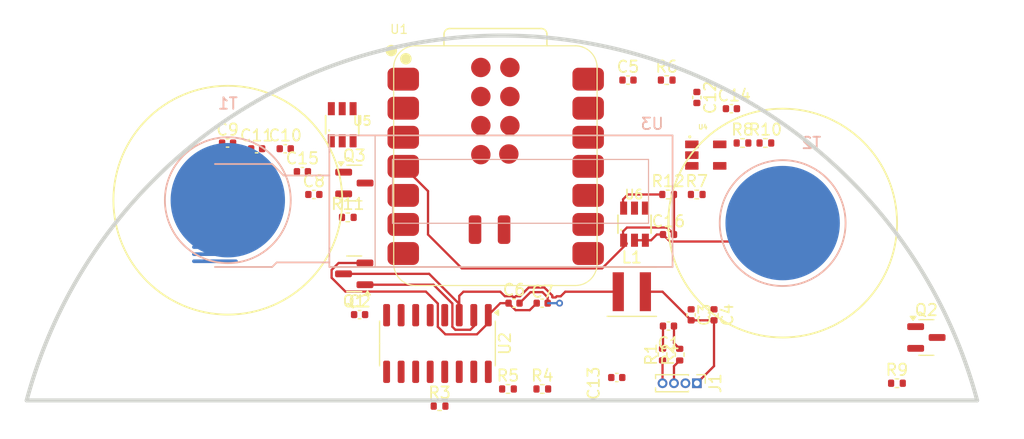
<source format=kicad_pcb>
(kicad_pcb (version 20241229) (generator "pcbnew") (generator_version "9.0")
  (layers (0 "F.Cu" signal) (4 "In1.Cu" signal) (6 "In2.Cu" signal) (2 "B.Cu" signal) (13 "F.Paste" user) (15 "B.Paste" user) (5 "F.SilkS" user "F.Silkscreen") (7 "B.SilkS" user "B.Silkscreen") (1 "F.Mask" user) (3 "B.Mask" user) (25 "Edge.Cuts" user))
  (net 0 "")
  (net 2 "Net-(J1-Pin_1)")
  (net 16 "Net-(U5-I)")
  (net 21 "VCC")
  (net 23 "GND")
  (net 24 "Net-(U2-INA+)")
  (net 25 "Net-(U2-INA-)")
  (net 26 "Net-(Q1-B)")
  (net 27 "Net-(Q1-C)")
  (net 28 "Net-(JP1-B)")
  (net 29 "Net-(U2-VBG)")
  (net 30 "Net-(U2-VFB)")
  (net 31 "DOut")
  (net 32 "PD_SCK")
  (net 34 "SCL_5V")
  (net 35 "SCL_3.3V")
  (net 36 "3.3V")
  (net 37 "SDA_3.3V")
  (net 38 "SDA_5V")
  (net 39 "Net-(U3-VCC)")
  (net 40 "Net-(U3-VCOMH)")
  (net 41 "RES_3.3V")
  (net 42 "Net-(U3-IREF)")
  (net 43 "Net-(U3-C2N)")
  (net 44 "Net-(U3-C2P)")
  (net 45 "Net-(U3-C1N)")
  (net 46 "Net-(U3-C1P)")
  (net 48 "Net-(U6-I)")
  (net 49 "Net-(J1-Pin_3)")
  (net 50 "Tare")
  (net 51 "Time")
  (footprint "Package_SO:SOIC-16_3.9x9.9mm_P1.27mm" (layer "F.Cu") (at 72.825 168.025 -90)
    (property "Reference" "U2" (at 0 -5.9 90) (layer "F.SilkS"))
    (property "Value" "HX711")
    (fp_line (start 0 5.06) (end -1.95 5.06) (stroke (width 0.12)) (layer "F.SilkS"))
    (fp_line (start 0 5.06) (end 1.95 5.06) (stroke (width 0.12)) (layer "F.SilkS"))
    (fp_line (start 0 -5.06) (end -1.95 -5.06) (stroke (width 0.12)) (layer "F.SilkS"))
    (fp_line (start 0 -5.06) (end 1.95 -5.06) (stroke (width 0.12)) (layer "F.SilkS"))
    (fp_poly (pts (xy -2.7 -5.005) (xy -2.94 -5.335) (xy -2.46 -5.335)) (stroke (width 0.12)) (fill yes) (layer "F.SilkS"))
    (pad "1" smd roundrect (at -2.475 -4.445 270) (size 1.95 0.6) (layers "F.Cu" "F.Mask" "F.Paste") (net 21 "VCC"))
    (pad "2" smd roundrect (at -2.475 -3.175 270) (size 1.95 0.6) (layers "F.Cu" "F.Mask" "F.Paste") (net 26 "Net-(Q1-B)"))
    (pad "3" smd roundrect (at -2.475 -1.905 270) (size 1.95 0.6) (layers "F.Cu" "F.Mask" "F.Paste") (net 27 "Net-(Q1-C)"))
    (pad "4" smd roundrect (at -2.475 -0.635 270) (size 1.95 0.6) (layers "F.Cu" "F.Mask" "F.Paste") (net 30 "Net-(U2-VFB)"))
    (pad "5" smd roundrect (at -2.475 0.635 270) (size 1.95 0.6) (layers "F.Cu" "F.Mask" "F.Paste") (net 23 "GND"))
    (pad "6" smd roundrect (at -2.475 1.905 270) (size 1.95 0.6) (layers "F.Cu" "F.Mask" "F.Paste") (net 29 "Net-(U2-VBG)"))
    (pad "7" smd roundrect (at -2.475 3.175 270) (size 1.95 0.6) (layers "F.Cu" "F.Mask" "F.Paste") (net 25 "Net-(U2-INA-)"))
    (pad "8" smd roundrect (at -2.475 4.445 270) (size 1.95 0.6) (layers "F.Cu" "F.Mask" "F.Paste") (net 24 "Net-(U2-INA+)"))
    (pad "9" smd roundrect (at 2.475 4.445 270) (size 1.95 0.6) (layers "F.Cu" "F.Mask" "F.Paste"))
    (pad "10" smd roundrect (at 2.475 3.175 270) (size 1.95 0.6) (layers "F.Cu" "F.Mask" "F.Paste"))
    (pad "11" smd roundrect (at 2.475 1.905 270) (size 1.95 0.6) (layers "F.Cu" "F.Mask" "F.Paste") (net 32 "PD_SCK"))
    (pad "12" smd roundrect (at 2.475 0.635 270) (size 1.95 0.6) (layers "F.Cu" "F.Mask" "F.Paste") (net 31 "DOut"))
    (pad "13" smd roundrect (at 2.475 -0.635 270) (size 1.95 0.6) (layers "F.Cu" "F.Mask" "F.Paste"))
    (pad "14" smd roundrect (at 2.475 -1.905 270) (size 1.95 0.6) (layers "F.Cu" "F.Mask" "F.Paste") (net 23 "GND"))
    (pad "15" smd roundrect (at 2.475 -3.175 270) (size 1.95 0.6) (layers "F.Cu" "F.Mask" "F.Paste") (net 28 "Net-(JP1-B)"))
    (pad "16" smd roundrect (at 2.475 -4.445 270) (size 1.95 0.6) (layers "F.Cu" "F.Mask" "F.Paste") (net 21 "VCC"))
  )
  (footprint "Capacitor_SMD:C_0402_1005Metric" (layer "F.Cu") (at 62.02 155)
    (property "Reference" "C8" (at 0 -1.16 0) (layer "F.SilkS"))
    (property "Value" "1uF")
    (fp_line (start -0.107836 -0.36) (end 0.107836 -0.36) (stroke (width 0.12)) (layer "F.SilkS"))
    (fp_line (start -0.107836 0.36) (end 0.107836 0.36) (stroke (width 0.12)) (layer "F.SilkS"))
    (pad "1" smd roundrect (at -0.48 0) (size 0.56 0.62) (layers "F.Cu" "F.Mask" "F.Paste") (net 43 "Net-(U3-C2N)"))
    (pad "2" smd roundrect (at 0.48 0) (size 0.56 0.62) (layers "F.Cu" "F.Mask" "F.Paste") (net 44 "Net-(U3-C2P)"))
  )
  (footprint "Resistor_SMD:R_0402_1005Metric" (layer "F.Cu") (at 112.99 171.5)
    (property "Reference" "R9" (at 0 -1.17 0) (layer "F.SilkS"))
    (property "Value" "10K")
    (fp_line (start -0.153641 -0.38) (end 0.153641 -0.38) (stroke (width 0.12)) (layer "F.SilkS"))
    (fp_line (start -0.153641 0.38) (end 0.153641 0.38) (stroke (width 0.12)) (layer "F.SilkS"))
    (pad "1" smd roundrect (at -0.51 0) (size 0.54 0.64) (layers "F.Cu" "F.Mask" "F.Paste") (net 21 "VCC"))
    (pad "2" smd roundrect (at 0.51 0) (size 0.54 0.64) (layers "F.Cu" "F.Mask" "F.Paste") (net 34 "SCL_5V"))
  )
  (footprint "Capacitor_SMD:C_0402_1005Metric" (layer "F.Cu") (at 89.48 145)
    (property "Reference" "C5" (at 0 -1.16 0) (layer "F.SilkS"))
    (property "Value" "10uF")
    (fp_line (start -0.107836 -0.36) (end 0.107836 -0.36) (stroke (width 0.12)) (layer "F.SilkS"))
    (fp_line (start -0.107836 0.36) (end 0.107836 0.36) (stroke (width 0.12)) (layer "F.SilkS"))
    (pad "1" smd roundrect (at -0.48 0) (size 0.56 0.62) (layers "F.Cu" "F.Mask" "F.Paste") (net 21 "VCC"))
    (pad "2" smd roundrect (at 0.48 0) (size 0.56 0.62) (layers "F.Cu" "F.Mask" "F.Paste") (net 23 "GND"))
  )
  (footprint "Capacitor_SMD:C_0402_1005Metric" (layer "F.Cu") (at 88.5 171)
    (property "Reference" "C13" (at -2.02 0.5 270) (layer "F.SilkS"))
    (property "Value" "1uF")
    (fp_line (start -0.107836 -0.36) (end 0.107836 -0.36) (stroke (width 0.12)) (layer "F.SilkS"))
    (fp_line (start -0.107836 0.36) (end 0.107836 0.36) (stroke (width 0.12)) (layer "F.SilkS"))
    (pad "1" smd roundrect (at -0.48 0) (size 0.56 0.62) (layers "F.Cu" "F.Mask" "F.Paste") (net 23 "GND"))
    (pad "2" smd roundrect (at 0.48 0) (size 0.56 0.62) (layers "F.Cu" "F.Mask" "F.Paste") (net 21 "VCC"))
  )
  (footprint "Connector_PinHeader_1.00mm:PinHeader_1x04_P1.00mm_Vertical" (layer "F.Cu") (at 95.5 171.5 -90)
    (property "Reference" "J1" (at 0 -1.61 90) (layer "F.SilkS"))
    (property "Value" "Conn_01x04_Pin")
    (fp_line (start -0.745 3.61) (end -0.41003 3.61) (stroke (width 0.12)) (layer "F.SilkS"))
    (fp_line (start 0.41003 3.61) (end 0.745 3.61) (stroke (width 0.12)) (layer "F.SilkS"))
    (fp_line (start -0.745 0.735) (end -0.745 3.61) (stroke (width 0.12)) (layer "F.SilkS"))
    (fp_line (start -0.745 0.735) (end -0.685565 0.735) (stroke (width 0.12)) (layer "F.SilkS"))
    (fp_line (start 0.685565 0.735) (end 0.745 0.735) (stroke (width 0.12)) (layer "F.SilkS"))
    (fp_line (start 0.745 0.735) (end 0.745 3.61) (stroke (width 0.12)) (layer "F.SilkS"))
    (fp_line (start -0.745 0) (end -0.745 -0.735) (stroke (width 0.12)) (layer "F.SilkS"))
    (fp_line (start -0.745 -0.735) (end 0 -0.735) (stroke (width 0.12)) (layer "F.SilkS"))
    (pad "1" thru_hole rect (at 0 0 270) (size 0.85 0.85) (drill 0.5) (layers "*.Cu" "*.Mask") (net 2 "Net-(J1-Pin_1)"))
    (pad "2" thru_hole circle (at 0 1 270) (size 0.85 0.85) (drill 0.5) (layers "*.Cu" "*.Mask") (net 23 "GND"))
    (pad "3" thru_hole circle (at 0 2 270) (size 0.85 0.85) (drill 0.5) (layers "*.Cu" "*.Mask") (net 49 "Net-(J1-Pin_3)"))
    (pad "4" thru_hole circle (at 0 3 270) (size 0.85 0.85) (drill 0.5) (layers "*.Cu" "*.Mask") (net 23 "GND"))
  )
  (footprint "Resistor_SMD:R_0402_1005Metric" (layer "F.Cu") (at 99.49 150.5)
    (property "Reference" "R8" (at 0 -1.17 0) (layer "F.SilkS"))
    (property "Value" "10K")
    (fp_line (start -0.153641 -0.38) (end 0.153641 -0.38) (stroke (width 0.12)) (layer "F.SilkS"))
    (fp_line (start -0.153641 0.38) (end 0.153641 0.38) (stroke (width 0.12)) (layer "F.SilkS"))
    (pad "1" smd roundrect (at -0.51 0) (size 0.54 0.64) (layers "F.Cu" "F.Mask" "F.Paste") (net 36 "3.3V"))
    (pad "2" smd roundrect (at 0.51 0) (size 0.54 0.64) (layers "F.Cu" "F.Mask" "F.Paste") (net 37 "SDA_3.3V"))
  )
  (footprint "Capacitor_SMD:C_0402_1005Metric" (layer "F.Cu") (at 81.98 164.5)
    (property "Reference" "C7" (at 0.02 -1 0) (layer "F.SilkS"))
    (property "Value" "0.1uF")
    (fp_line (start -0.107836 -0.36) (end 0.107836 -0.36) (stroke (width 0.12)) (layer "F.SilkS"))
    (fp_line (start -0.107836 0.36) (end 0.107836 0.36) (stroke (width 0.12)) (layer "F.SilkS"))
    (pad "1" smd roundrect (at -0.48 0) (size 0.56 0.62) (layers "F.Cu" "F.Mask" "F.Paste") (net 21 "VCC"))
    (pad "2" smd roundrect (at 0.48 0) (size 0.56 0.62) (layers "F.Cu" "F.Mask" "F.Paste") (net 23 "GND"))
  )
  (footprint "Resistor_SMD:R_0402_1005Metric" (layer "F.Cu") (at 81.99 172)
    (property "Reference" "R4" (at 0 -1.17 0) (layer "F.SilkS"))
    (property "Value" "100")
    (fp_line (start -0.153641 -0.38) (end 0.153641 -0.38) (stroke (width 0.12)) (layer "F.SilkS"))
    (fp_line (start -0.153641 0.38) (end 0.153641 0.38) (stroke (width 0.12)) (layer "F.SilkS"))
    (pad "1" smd roundrect (at -0.51 0) (size 0.54 0.64) (layers "F.Cu" "F.Mask" "F.Paste") (net 30 "Net-(U2-VFB)"))
    (pad "2" smd roundrect (at 0.51 0) (size 0.54 0.64) (layers "F.Cu" "F.Mask" "F.Paste") (net 23 "GND"))
  )
  (footprint "Capacitor_SMD:C_0402_1005Metric" (layer "F.Cu") (at 79.52 164.5)
    (property "Reference" "C6" (at 0 -1.16 0) (layer "F.SilkS"))
    (property "Value" "0.1uF")
    (fp_line (start -0.107836 -0.36) (end 0.107836 -0.36) (stroke (width 0.12)) (layer "F.SilkS"))
    (fp_line (start -0.107836 0.36) (end 0.107836 0.36) (stroke (width 0.12)) (layer "F.SilkS"))
    (pad "1" smd roundrect (at -0.48 0) (size 0.56 0.62) (layers "F.Cu" "F.Mask" "F.Paste") (net 21 "VCC"))
    (pad "2" smd roundrect (at 0.48 0) (size 0.56 0.62) (layers "F.Cu" "F.Mask" "F.Paste") (net 23 "GND"))
  )
  (footprint "Capacitor_SMD:C_0402_1005Metric" (layer "F.Cu") (at 61.02 153)
    (property "Reference" "C15" (at 0 -1.16 0) (layer "F.SilkS"))
    (property "Value" "22pF")
    (fp_line (start -0.107836 -0.36) (end 0.107836 -0.36) (stroke (width 0.12)) (layer "F.SilkS"))
    (fp_line (start -0.107836 0.36) (end 0.107836 0.36) (stroke (width 0.12)) (layer "F.SilkS"))
    (pad "1" smd roundrect (at -0.48 0) (size 0.56 0.62) (layers "F.Cu" "F.Mask" "F.Paste") (net 16 "Net-(U5-I)"))
    (pad "2" smd roundrect (at 0.48 0) (size 0.56 0.62) (layers "F.Cu" "F.Mask" "F.Paste") (net 23 "GND"))
  )
  (footprint "Inductor_SMD:L_Coilcraft_XxL4040" (layer "F.Cu") (at 89.815 163.5)
    (property "Reference" "L1" (at 0 -3 0) (layer "F.SilkS"))
    (property "Value" "3.3uH")
    (fp_line (start -2.154 -2.154) (end 2.154 -2.154) (stroke (width 0.12)) (layer "F.SilkS"))
    (fp_line (start 2.154 2.154) (end -2.154 2.154) (stroke (width 0.12)) (layer "F.SilkS"))
    (pad "1" smd rect (at -1.185 0) (size 0.98 3.4) (layers "F.Cu" "F.Mask" "F.Paste") (net 27 "Net-(Q1-C)"))
    (pad "2" smd rect (at 1.185 0) (size 0.98 3.4) (layers "F.Cu" "F.Mask" "F.Paste") (net 2 "Net-(J1-Pin_1)"))
  )
  (footprint "Capacitor_SMD:C_0402_1005Metric" (layer "F.Cu") (at 54.48 150.5)
    (property "Reference" "C9" (at 0 -1.16 0) (layer "F.SilkS"))
    (property "Value" "1uF")
    (fp_line (start -0.107836 -0.36) (end 0.107836 -0.36) (stroke (width 0.12)) (layer "F.SilkS"))
    (fp_line (start -0.107836 0.36) (end 0.107836 0.36) (stroke (width 0.12)) (layer "F.SilkS"))
    (pad "1" smd roundrect (at -0.48 0) (size 0.56 0.62) (layers "F.Cu" "F.Mask" "F.Paste") (net 45 "Net-(U3-C1N)"))
    (pad "2" smd roundrect (at 0.48 0) (size 0.56 0.62) (layers "F.Cu" "F.Mask" "F.Paste") (net 46 "Net-(U3-C1P)"))
  )
  (footprint "Capacitor_SMD:C_0402_1005Metric" (layer "F.Cu") (at 95.5 146.52 -90)
    (property "Reference" "C12" (at 0 -1.16 90) (layer "F.SilkS"))
    (property "Value" "10uF")
    (fp_line (start -0.107836 0.36) (end 0.107836 0.36) (stroke (width 0.12)) (layer "F.SilkS"))
    (fp_line (start -0.107836 -0.36) (end 0.107836 -0.36) (stroke (width 0.12)) (layer "F.SilkS"))
    (pad "1" smd roundrect (at -0.48 0 270) (size 0.56 0.62) (layers "F.Cu" "F.Mask" "F.Paste") (net 23 "GND"))
    (pad "2" smd roundrect (at 0.48 0 270) (size 0.56 0.62) (layers "F.Cu" "F.Mask" "F.Paste") (net 40 "Net-(U3-VCOMH)"))
  )
  (footprint "RT9193-33GB:SOT94P279X129-5N" (layer "F.Cu") (at 96.28 151.56)
    (property "Reference" "U4" (at -0.250735 -2.457239 0) (layer "F.SilkS") (effects (font (size 0.394865 0.394865))))
    (property "Value" "RT9193-33GB")
    (fp_circle (center -1.4 -1.6) (end -1.33 -1.6) (stroke (width 0.14)) (fill no) (layer "F.SilkS"))
    (pad "1" smd roundrect (at -1.22 -0.94) (size 1.17 0.67) (layers "F.Cu" "F.Mask" "F.Paste") (roundrect_rratio 0.06) (net 21 "VCC"))
    (pad "2" smd roundrect (at -1.22 0) (size 1.17 0.67) (layers "F.Cu" "F.Mask" "F.Paste") (roundrect_rratio 0.06) (net 23 "GND"))
    (pad "3" smd roundrect (at -1.22 0.94) (size 1.17 0.67) (layers "F.Cu" "F.Mask" "F.Paste") (roundrect_rratio 0.06) (net 21 "VCC"))
    (pad "4" smd roundrect (at 1.22 0.94) (size 1.17 0.67) (layers "F.Cu" "F.Mask" "F.Paste") (roundrect_rratio 0.06))
    (pad "5" smd roundrect (at 1.22 -0.94) (size 1.17 0.67) (layers "F.Cu" "F.Mask" "F.Paste") (roundrect_rratio 0.06) (net 36 "3.3V"))
  )
  (footprint "Capacitor_SMD:C_0402_1005Metric" (layer "F.Cu") (at 95 165.52 -90)
    (property "Reference" "C3" (at 0 -1.16 90) (layer "F.SilkS"))
    (property "Value" "10uF")
    (fp_line (start -0.107836 0.36) (end 0.107836 0.36) (stroke (width 0.12)) (layer "F.SilkS"))
    (fp_line (start -0.107836 -0.36) (end 0.107836 -0.36) (stroke (width 0.12)) (layer "F.SilkS"))
    (pad "1" smd roundrect (at -0.48 0 270) (size 0.56 0.62) (layers "F.Cu" "F.Mask" "F.Paste") (net 23 "GND"))
    (pad "2" smd roundrect (at 0.48 0 270) (size 0.56 0.62) (layers "F.Cu" "F.Mask" "F.Paste") (net 2 "Net-(J1-Pin_1)"))
  )
  (footprint "Resistor_SMD:R_0402_1005Metric" (layer "F.Cu") (at 78.99 172)
    (property "Reference" "R5" (at 0 -1.17 0) (layer "F.SilkS"))
    (property "Value" "100")
    (fp_line (start -0.153641 -0.38) (end 0.153641 -0.38) (stroke (width 0.12)) (layer "F.SilkS"))
    (fp_line (start -0.153641 0.38) (end 0.153641 0.38) (stroke (width 0.12)) (layer "F.SilkS"))
    (pad "1" smd roundrect (at -0.51 0) (size 0.54 0.64) (layers "F.Cu" "F.Mask" "F.Paste") (net 27 "Net-(Q1-C)"))
    (pad "2" smd roundrect (at 0.51 0) (size 0.54 0.64) (layers "F.Cu" "F.Mask" "F.Paste") (net 30 "Net-(U2-VFB)"))
  )
  (footprint "Capacitor_SMD:C_0402_1005Metric" (layer "F.Cu") (at 93.02 158.5)
    (property "Reference" "C16" (at 0 -1.16 0) (layer "F.SilkS"))
    (property "Value" "22pF")
    (fp_line (start -0.107836 -0.36) (end 0.107836 -0.36) (stroke (width 0.12)) (layer "F.SilkS"))
    (fp_line (start -0.107836 0.36) (end 0.107836 0.36) (stroke (width 0.12)) (layer "F.SilkS"))
    (pad "1" smd roundrect (at -0.48 0) (size 0.56 0.62) (layers "F.Cu" "F.Mask" "F.Paste") (net 48 "Net-(U6-I)"))
    (pad "2" smd roundrect (at 0.48 0) (size 0.56 0.62) (layers "F.Cu" "F.Mask" "F.Paste") (net 23 "GND"))
  )
  (footprint "Capacitor_SMD:C_0402_1005Metric" (layer "F.Cu") (at 66.02 165.5)
    (property "Reference" "C2" (at 0 -1.16 0) (layer "F.SilkS"))
    (property "Value" "0.1uF")
    (fp_line (start -0.107836 -0.36) (end 0.107836 -0.36) (stroke (width 0.12)) (layer "F.SilkS"))
    (fp_line (start -0.107836 0.36) (end 0.107836 0.36) (stroke (width 0.12)) (layer "F.SilkS"))
    (pad "1" smd roundrect (at -0.48 0) (size 0.56 0.62) (layers "F.Cu" "F.Mask" "F.Paste") (net 23 "GND"))
    (pad "2" smd roundrect (at 0.48 0) (size 0.56 0.62) (layers "F.Cu" "F.Mask" "F.Paste") (net 29 "Net-(U2-VBG)"))
  )
  (footprint "Resistor_SMD:R_0402_1005Metric" (layer "F.Cu") (at 64.99 157)
    (property "Reference" "R11" (at 0 -1.17 0) (layer "F.SilkS"))
    (property "Value" "1K")
    (fp_line (start -0.153641 -0.38) (end 0.153641 -0.38) (stroke (width 0.12)) (layer "F.SilkS"))
    (fp_line (start -0.153641 0.38) (end 0.153641 0.38) (stroke (width 0.12)) (layer "F.SilkS"))
    (pad "1" smd roundrect (at -0.51 0) (size 0.54 0.64) (layers "F.Cu" "F.Mask" "F.Paste") (net 21 "VCC"))
    (pad "2" smd roundrect (at 0.51 0) (size 0.54 0.64) (layers "F.Cu" "F.Mask" "F.Paste") (net 23 "GND"))
  )
  (footprint "Capacitor_SMD:C_0402_1005Metric" (layer "F.Cu") (at 59.52 151)
    (property "Reference" "C10" (at 0 -1.16 0) (layer "F.SilkS"))
    (property "Value" "1uF")
    (fp_line (start -0.107836 -0.36) (end 0.107836 -0.36) (stroke (width 0.12)) (layer "F.SilkS"))
    (fp_line (start -0.107836 0.36) (end 0.107836 0.36) (stroke (width 0.12)) (layer "F.SilkS"))
    (pad "1" smd roundrect (at -0.48 0) (size 0.56 0.62) (layers "F.Cu" "F.Mask" "F.Paste") (net 23 "GND"))
    (pad "2" smd roundrect (at 0.48 0) (size 0.56 0.62) (layers "F.Cu" "F.Mask" "F.Paste") (net 21 "VCC"))
  )
  (footprint "Resistor_SMD:R_0402_1005Metric" (layer "F.Cu") (at 92.99 155)
    (property "Reference" "R12" (at 0 -1.17 0) (layer "F.SilkS"))
    (property "Value" "1K")
    (fp_line (start -0.153641 -0.38) (end 0.153641 -0.38) (stroke (width 0.12)) (layer "F.SilkS"))
    (fp_line (start -0.153641 0.38) (end 0.153641 0.38) (stroke (width 0.12)) (layer "F.SilkS"))
    (pad "1" smd roundrect (at -0.51 0) (size 0.54 0.64) (layers "F.Cu" "F.Mask" "F.Paste") (net 21 "VCC"))
    (pad "2" smd roundrect (at 0.51 0) (size 0.54 0.64) (layers "F.Cu" "F.Mask" "F.Paste") (net 23 "GND"))
  )
  (footprint "Package_TO_SOT_SMD:SOT-23" (layer "F.Cu") (at 115.5625 167.5)
    (property "Reference" "Q2" (at 0 -2.4 0) (layer "F.SilkS"))
    (property "Value" "BSS138")
    (fp_line (start 0 -1.56) (end -0.65 -1.56) (stroke (width 0.12)) (layer "F.SilkS"))
    (fp_line (start 0 -1.56) (end 0.65 -1.56) (stroke (width 0.12)) (layer "F.SilkS"))
    (fp_line (start 0 1.56) (end -0.65 1.56) (stroke (width 0.12)) (layer "F.SilkS"))
    (fp_line (start 0 1.56) (end 0.65 1.56) (stroke (width 0.12)) (layer "F.SilkS"))
    (fp_poly (pts (xy -1.1625 -1.51) (xy -1.4025 -1.84) (xy -0.9225 -1.84)) (stroke (width 0.12)) (fill yes) (layer "F.SilkS"))
    (pad "1" smd roundrect (at -0.9375 -0.95) (size 1.475 0.6) (layers "F.Cu" "F.Mask" "F.Paste") (net 36 "3.3V"))
    (pad "2" smd roundrect (at -0.9375 0.95) (size 1.475 0.6) (layers "F.Cu" "F.Mask" "F.Paste") (net 35 "SCL_3.3V"))
    (pad "3" smd roundrect (at 0.9375 0) (size 1.475 0.6) (layers "F.Cu" "F.Mask" "F.Paste") (net 34 "SCL_5V"))
  )
  (footprint "Resistor_SMD:R_0402_1005Metric" (layer "F.Cu") (at 94 169 90)
    (property "Reference" "R2" (at 0.01 -1 90) (layer "F.SilkS"))
    (property "Value" "100")
    (fp_line (start -0.153641 -0.38) (end 0.153641 -0.38) (stroke (width 0.12)) (layer "F.SilkS"))
    (fp_line (start -0.153641 0.38) (end 0.153641 0.38) (stroke (width 0.12)) (layer "F.SilkS"))
    (pad "1" smd roundrect (at -0.51 0 90) (size 0.54 0.64) (layers "F.Cu" "F.Mask" "F.Paste") (net 49 "Net-(J1-Pin_3)"))
    (pad "2" smd roundrect (at 0.51 0 90) (size 0.54 0.64) (layers "F.Cu" "F.Mask" "F.Paste") (net 24 "Net-(U2-INA+)"))
  )
  (footprint "Resistor_SMD:R_0402_1005Metric" (layer "F.Cu") (at 73.01 173.5)
    (property "Reference" "R3" (at 0 -1.17 0) (layer "F.SilkS"))
    (property "Value" "10K")
    (fp_line (start -0.153641 -0.38) (end 0.153641 -0.38) (stroke (width 0.12)) (layer "F.SilkS"))
    (fp_line (start -0.153641 0.38) (end 0.153641 0.38) (stroke (width 0.12)) (layer "F.SilkS"))
    (pad "1" smd roundrect (at -0.51 0) (size 0.54 0.64) (layers "F.Cu" "F.Mask" "F.Paste") (net 28 "Net-(JP1-B)"))
    (pad "2" smd roundrect (at 0.51 0) (size 0.54 0.64) (layers "F.Cu" "F.Mask" "F.Paste") (net 21 "VCC"))
  )
  (footprint "Resistor_SMD:R_0402_1005Metric" (layer "F.Cu") (at 92.5 168.99 90)
    (property "Reference" "R1" (at 0.01 -1 90) (layer "F.SilkS"))
    (property "Value" "100")
    (fp_line (start -0.153641 -0.38) (end 0.153641 -0.38) (stroke (width 0.12)) (layer "F.SilkS"))
    (fp_line (start -0.153641 0.38) (end 0.153641 0.38) (stroke (width 0.12)) (layer "F.SilkS"))
    (pad "1" smd roundrect (at -0.51 0 90) (size 0.54 0.64) (layers "F.Cu" "F.Mask" "F.Paste") (net 23 "GND"))
    (pad "2" smd roundrect (at 0.51 0 90) (size 0.54 0.64) (layers "F.Cu" "F.Mask" "F.Paste") (net 25 "Net-(U2-INA-)"))
  )
  (footprint "TTP223-BA6:SOT23-6" (layer "F.Cu") (at 90.05 157.596)
    (property "Reference" "U6" (at -0.05 -2.596 0) (layer "F.SilkS") (effects (font (size 0.8 0.8))))
    (property "Value" "TTP223-BA6")
    (fp_line (start -1.4478 0.781) (end -1.4478 -0.781) (stroke (width 0.1524)) (layer "F.SilkS"))
    (fp_line (start 1.4478 -0.781) (end 1.4478 0.781) (stroke (width 0.1524)) (layer "F.SilkS"))
    (fp_circle (center -1.15 0.5) (end -1.05 0.5) (fill yes) (layer "F.SilkS"))
    (pad "1" smd rect (at -0.95 1.404) (size 0.6096 1.143) (layers "F.Cu" "F.Mask" "F.Paste") (net 51 "Time"))
    (pad "2" smd rect (at 0 1.404) (size 0.6096 1.143) (layers "F.Cu" "F.Mask" "F.Paste") (net 23 "GND"))
    (pad "3" smd rect (at 0.95 1.404) (size 0.6096 1.143) (layers "F.Cu" "F.Mask" "F.Paste") (net 48 "Net-(U6-I)"))
    (pad "4" smd rect (at 0.95 -1.404) (size 0.6096 1.143) (layers "F.Cu" "F.Mask" "F.Paste"))
    (pad "5" smd rect (at 0 -1.404) (size 0.6096 1.143) (layers "F.Cu" "F.Mask" "F.Paste") (net 21 "VCC"))
    (pad "6" smd rect (at -0.95 -1.404) (size 0.6096 1.143) (layers "F.Cu" "F.Mask" "F.Paste"))
  )
  (footprint "Package_TO_SOT_SMD:SOT-23" (layer "F.Cu") (at 65.55 161.9375 180)
    (property "Reference" "Q1" (at 0 -2.4 0) (layer "F.SilkS"))
    (property "Value" "MMBT2222A")
    (fp_line (start 0 1.56) (end 0.65 1.56) (stroke (width 0.12)) (layer "F.SilkS"))
    (fp_line (start 0 1.56) (end -0.65 1.56) (stroke (width 0.12)) (layer "F.SilkS"))
    (fp_line (start 0 -1.56) (end 0.65 -1.56) (stroke (width 0.12)) (layer "F.SilkS"))
    (fp_line (start 0 -1.56) (end -0.65 -1.56) (stroke (width 0.12)) (layer "F.SilkS"))
    (fp_poly (pts (xy -1.1625 -1.51) (xy -1.4025 -1.84) (xy -0.9225 -1.84)) (stroke (width 0.12)) (fill yes) (layer "F.SilkS"))
    (pad "1" smd roundrect (at -0.9375 -0.95 180) (size 1.475 0.6) (layers "F.Cu" "F.Mask" "F.Paste") (net 26 "Net-(Q1-B)"))
    (pad "2" smd roundrect (at -0.9375 0.95 180) (size 1.475 0.6) (layers "F.Cu" "F.Mask" "F.Paste") (net 21 "VCC"))
    (pad "3" smd roundrect (at 0.9375 0 180) (size 1.475 0.6) (layers "F.Cu" "F.Mask" "F.Paste") (net 27 "Net-(Q1-C)"))
  )
  (footprint "Resistor_SMD:R_0402_1005Metric" (layer "F.Cu") (at 101.49 150.5)
    (property "Reference" "R10" (at 0 -1.17 0) (layer "F.SilkS"))
    (property "Value" "10K")
    (fp_line (start -0.153641 -0.38) (end 0.153641 -0.38) (stroke (width 0.12)) (layer "F.SilkS"))
    (fp_line (start -0.153641 0.38) (end 0.153641 0.38) (stroke (width 0.12)) (layer "F.SilkS"))
    (pad "1" smd roundrect (at -0.51 0) (size 0.54 0.64) (layers "F.Cu" "F.Mask" "F.Paste") (net 21 "VCC"))
    (pad "2" smd roundrect (at 0.51 0) (size 0.54 0.64) (layers "F.Cu" "F.Mask" "F.Paste") (net 38 "SDA_5V"))
  )
  (footprint "Resistor_SMD:R_0402_1005Metric" (layer "F.Cu") (at 95.49 155)
    (property "Reference" "R7" (at 0 -1.17 0) (layer "F.SilkS"))
    (property "Value" "10K")
    (fp_line (start -0.153641 -0.38) (end 0.153641 -0.38) (stroke (width 0.12)) (layer "F.SilkS"))
    (fp_line (start -0.153641 0.38) (end 0.153641 0.38) (stroke (width 0.12)) (layer "F.SilkS"))
    (pad "1" smd roundrect (at -0.51 0) (size 0.54 0.64) (layers "F.Cu" "F.Mask" "F.Paste") (net 36 "3.3V"))
    (pad "2" smd roundrect (at 0.51 0) (size 0.54 0.64) (layers "F.Cu" "F.Mask" "F.Paste") (net 35 "SCL_3.3V"))
  )
  (footprint "TTP223-BA6:SOT23-6" (layer "F.Cu") (at 64.5 148.904)
    (property "Reference" "U5" (at 1.75 -0.3404 0) (layer "F.SilkS") (effects (font (size 0.8 0.8))))
    (property "Value" "TTP223-BA6")
    (fp_line (start -1.4478 0.781) (end -1.4478 -0.781) (stroke (width 0.1524)) (layer "F.SilkS"))
    (fp_line (start 1.4478 -0.781) (end 1.4478 0.781) (stroke (width 0.1524)) (layer "F.SilkS"))
    (fp_circle (center -1.15 0.5) (end -1.05 0.5) (fill yes) (layer "F.SilkS"))
    (pad "1" smd rect (at -0.95 1.404) (size 0.6096 1.143) (layers "F.Cu" "F.Mask" "F.Paste") (net 50 "Tare"))
    (pad "2" smd rect (at 0 1.404) (size 0.6096 1.143) (layers "F.Cu" "F.Mask" "F.Paste") (net 23 "GND"))
    (pad "3" smd rect (at 0.95 1.404) (size 0.6096 1.143) (layers "F.Cu" "F.Mask" "F.Paste") (net 16 "Net-(U5-I)"))
    (pad "4" smd rect (at 0.95 -1.404) (size 0.6096 1.143) (layers "F.Cu" "F.Mask" "F.Paste"))
    (pad "5" smd rect (at 0 -1.404) (size 0.6096 1.143) (layers "F.Cu" "F.Mask" "F.Paste") (net 21 "VCC"))
    (pad "6" smd rect (at -0.95 -1.404) (size 0.6096 1.143) (layers "F.Cu" "F.Mask" "F.Paste"))
  )
  (footprint "Seeed Studio XIAO Series Library:XIAO-ESP32C6-SMD" (layer "F.Cu") (at 78.1166 152.5185)
    (property "Reference" "U1" (at -9.5 -11.5 0) (layer "F.SilkS") (effects (font (size 0.78232 0.78232) (thickness 0.10668)) (justify left bottom)))
    (property "Value" "XIAO-ESP32-S3-SMD")
    (fp_line (start -9.1166 8.5345) (end -9.1166 -8.6105) (stroke (width 0.1)) (layer "F.SilkS"))
    (fp_line (start -7.2116 10.4395) (end 6.7584 10.4395) (stroke (width 0.1)) (layer "F.SilkS"))
    (fp_line (start -4.7216 -10.5155) (end -4.717872 -11.525772) (stroke (width 0.127)) (layer "F.SilkS"))
    (fp_line (start -4.217872 -12.0255) (end 3.7774 -12.0255) (stroke (width 0.127)) (layer "F.SilkS"))
    (fp_line (start 4.2774 -11.5255) (end 4.2774 -10.5155) (stroke (width 0.127)) (layer "F.SilkS"))
    (fp_line (start 6.7584 -10.5155) (end -7.2116 -10.5155) (stroke (width 0.1)) (layer "F.SilkS"))
    (fp_line (start 8.6634 8.5345) (end 8.6634 -8.6105) (stroke (width 0.1)) (layer "F.SilkS"))
    (fp_arc (start -9.1166 -8.6145) (mid -8.558638 -9.961538) (end -7.2116 -10.5195) (stroke (width 0.1)) (layer "F.SilkS"))
    (fp_arc (start -7.2116 10.4395) (mid -8.558638 9.881538) (end -9.1166 8.5345) (stroke (width 0.1)) (layer "F.SilkS"))
    (fp_arc (start -4.717872 -11.525772) (mid -4.571324 -11.879144) (end -4.217872 -12.0255) (stroke (width 0.127)) (layer "F.SilkS"))
    (fp_arc (start 3.7774 -12.0255) (mid 4.130953 -11.879053) (end 4.2774 -11.5255) (stroke (width 0.127)) (layer "F.SilkS"))
    (fp_arc (start 6.7584 -10.5155) (mid 8.105438 -9.957538) (end 8.6634 -8.6105) (stroke (width 0.1)) (layer "F.SilkS"))
    (fp_arc (start 8.6634 8.5345) (mid 8.105438 9.881538) (end 6.7584 10.4395) (stroke (width 0.1)) (layer "F.SilkS"))
    (fp_circle (center -9.3266 -10.0995) (end -9.3266 -10.3535) (stroke (width 0.5)) (fill yes) (layer "F.SilkS"))
    (fp_circle (center -8.0526 -9.3825) (end -8.0526 -9.6365) (stroke (width 0.5)) (fill yes) (layer "F.SilkS"))
    (pad "1" smd roundrect (at -8.2816 -7.5985) (size 2.75 2) (layers "F.Cu" "F.Mask" "F.Paste") (net 32 "PD_SCK"))
    (pad "2" smd roundrect (at -8.2816 -5.0585) (size 2.75 2) (layers "F.Cu" "F.Mask" "F.Paste") (net 31 "DOut"))
    (pad "3" smd roundrect (at -8.2816 -2.5185) (size 2.75 2) (layers "F.Cu" "F.Mask" "F.Paste") (net 50 "Tare"))
    (pad "4" smd roundrect (at -8.2816 0.0215) (size 2.75 2) (layers "F.Cu" "F.Mask" "F.Paste") (net 51 "Time"))
    (pad "5" smd roundrect (at -8.2816 2.5615) (size 2.75 2) (layers "F.Cu" "F.Mask" "F.Paste") (net 38 "SDA_5V"))
    (pad "6" smd roundrect (at -8.2816 5.1015) (size 2.75 2) (layers "F.Cu" "F.Mask" "F.Paste") (net 34 "SCL_5V"))
    (pad "7" smd roundrect (at -8.2816 7.6415) (size 2.75 2) (layers "F.Cu" "F.Mask" "F.Paste"))
    (pad "8" smd roundrect (at 7.8834 7.6415) (size 2.75 2) (layers "F.Cu" "F.Mask" "F.Paste"))
    (pad "9" smd roundrect (at 7.8834 5.1015) (size 2.75 2) (layers "F.Cu" "F.Mask" "F.Paste"))
    (pad "10" smd roundrect (at 7.8834 2.5615) (size 2.75 2) (layers "F.Cu" "F.Mask" "F.Paste"))
    (pad "11" smd roundrect (at 7.8834 0.0215) (size 2.75 2) (layers "F.Cu" "F.Mask" "F.Paste"))
    (pad "12" smd roundrect (at 7.8834 -2.5185) (size 2.75 2) (layers "F.Cu" "F.Mask" "F.Paste"))
    (pad "13" smd roundrect (at 7.8834 -5.0585) (size 2.75 2) (layers "F.Cu" "F.Mask" "F.Paste") (net 23 "GND"))
    (pad "14" smd roundrect (at 7.8834 -7.5985) (size 2.75 2) (layers "F.Cu" "F.Mask" "F.Paste") (net 21 "VCC"))
    (pad "15" smd roundrect (at -2.008 5.5532 270) (size 2.5 1.1) (layers "F.Cu" "F.Mask" "F.Paste"))
    (pad "16" smd roundrect (at 0.532 5.5532 270) (size 2.5 1.1) (layers "F.Cu" "F.Mask" "F.Paste"))
    (pad "17" smd circle (at -1.5 -8.62) (size 1.7 1.7) (layers "F.Cu" "F.Mask" "F.Paste"))
    (pad "18" smd circle (at 1.04 -8.62) (size 1.7 1.7) (layers "F.Cu" "F.Mask" "F.Paste"))
    (pad "19" smd circle (at -1.5 -6.08) (size 1.7 1.7) (layers "F.Cu" "F.Mask" "F.Paste"))
    (pad "20" smd circle (at 1.04 -6.08) (size 1.7 1.7) (layers "F.Cu" "F.Mask" "F.Paste"))
    (pad "21" smd circle (at -1.5 -3.54) (size 1.7 1.7) (layers "F.Cu" "F.Mask" "F.Paste"))
    (pad "22" smd circle (at 1.04 -3.54) (size 1.7 1.7) (layers "F.Cu" "F.Mask" "F.Paste"))
    (pad "23" smd circle (at -1.5 -1) (size 1.7 1.7) (layers "F.Cu" "F.Mask" "F.Paste"))
    (pad "24" smd circle (at 0.9474 -1.0568) (size 1.7 1.7) (layers "F.Cu" "F.Mask" "F.Paste"))
  )
  (footprint "Capacitor_SMD:C_0402_1005Metric" (layer "F.Cu") (at 93.02 166.5 180)
    (property "Reference" "C1" (at -0.02 -1.5 0) (layer "F.SilkS"))
    (property "Value" "0.1uF")
    (fp_line (start -0.107836 0.36) (end 0.107836 0.36) (stroke (width 0.12)) (layer "F.SilkS"))
    (fp_line (start -0.107836 -0.36) (end 0.107836 -0.36) (stroke (width 0.12)) (layer "F.SilkS"))
    (pad "1" smd roundrect (at -0.48 0 180) (size 0.56 0.62) (layers "F.Cu" "F.Mask" "F.Paste") (net 24 "Net-(U2-INA+)"))
    (pad "2" smd roundrect (at 0.48 0 180) (size 0.56 0.62) (layers "F.Cu" "F.Mask" "F.Paste") (net 25 "Net-(U2-INA-)"))
  )
  (footprint "Capacitor_SMD:C_0402_1005Metric" (layer "F.Cu") (at 98.52 147.5)
    (property "Reference" "C14" (at 0.245 -1.16 0) (layer "F.SilkS"))
    (property "Value" "10uF")
    (fp_line (start -0.107836 -0.36) (end 0.107836 -0.36) (stroke (width 0.12)) (layer "F.SilkS"))
    (fp_line (start -0.107836 0.36) (end 0.107836 0.36) (stroke (width 0.12)) (layer "F.SilkS"))
    (pad "1" smd roundrect (at -0.48 0) (size 0.56 0.62) (layers "F.Cu" "F.Mask" "F.Paste") (net 21 "VCC"))
    (pad "2" smd roundrect (at 0.48 0) (size 0.56 0.62) (layers "F.Cu" "F.Mask" "F.Paste") (net 23 "GND"))
  )
  (footprint "Package_TO_SOT_SMD:SOT-23" (layer "F.Cu") (at 65.5625 154)
    (property "Reference" "Q3" (at 0 -2.4 0) (layer "F.SilkS"))
    (property "Value" "BSS138")
    (fp_line (start 0 -1.56) (end -0.65 -1.56) (stroke (width 0.12)) (layer "F.SilkS"))
    (fp_line (start 0 -1.56) (end 0.65 -1.56) (stroke (width 0.12)) (layer "F.SilkS"))
    (fp_line (start 0 1.56) (end -0.65 1.56) (stroke (width 0.12)) (layer "F.SilkS"))
    (fp_line (start 0 1.56) (end 0.65 1.56) (stroke (width 0.12)) (layer "F.SilkS"))
    (fp_poly (pts (xy -1.1625 -1.51) (xy -1.4025 -1.84) (xy -0.9225 -1.84)) (stroke (width 0.12)) (fill yes) (layer "F.SilkS"))
    (pad "1" smd roundrect (at -0.9375 -0.95) (size 1.475 0.6) (layers "F.Cu" "F.Mask" "F.Paste") (net 36 "3.3V"))
    (pad "2" smd roundrect (at -0.9375 0.95) (size 1.475 0.6) (layers "F.Cu" "F.Mask" "F.Paste") (net 37 "SDA_3.3V"))
    (pad "3" smd roundrect (at 0.9375 0) (size 1.475 0.6) (layers "F.Cu" "F.Mask" "F.Paste") (net 38 "SDA_5V"))
  )
  (footprint "Capacitor_SMD:C_0402_1005Metric" (layer "F.Cu") (at 57.02 151)
    (property "Reference" "C11" (at 0 -1.16 0) (layer "F.SilkS"))
    (property "Value" "10uF")
    (fp_line (start -0.107836 -0.36) (end 0.107836 -0.36) (stroke (width 0.12)) (layer "F.SilkS"))
    (fp_line (start -0.107836 0.36) (end 0.107836 0.36) (stroke (width 0.12)) (layer "F.SilkS"))
    (pad "1" smd roundrect (at -0.48 0) (size 0.56 0.62) (layers "F.Cu" "F.Mask" "F.Paste") (net 23 "GND"))
    (pad "2" smd roundrect (at 0.48 0) (size 0.56 0.62) (layers "F.Cu" "F.Mask" "F.Paste") (net 39 "Net-(U3-VCC)"))
  )
  (footprint "Capacitor_SMD:C_0402_1005Metric" (layer "F.Cu") (at 97 165.52 -90)
    (property "Reference" "C4" (at 0 -1.16 90) (layer "F.SilkS"))
    (property "Value" "0.1uF")
    (fp_line (start -0.107836 0.36) (end 0.107836 0.36) (stroke (width 0.12)) (layer "F.SilkS"))
    (fp_line (start -0.107836 -0.36) (end 0.107836 -0.36) (stroke (width 0.12)) (layer "F.SilkS"))
    (pad "1" smd roundrect (at -0.48 0 270) (size 0.56 0.62) (layers "F.Cu" "F.Mask" "F.Paste") (net 23 "GND"))
    (pad "2" smd roundrect (at 0.48 0 270) (size 0.56 0.62) (layers "F.Cu" "F.Mask" "F.Paste") (net 2 "Net-(J1-Pin_1)"))
  )
  (footprint "Resistor_SMD:R_0402_1005Metric" (layer "F.Cu") (at 92.865 145)
    (property "Reference" "R6" (at 0 -1.17 0) (layer "F.SilkS"))
    (property "Value" "100")
    (fp_line (start -0.153641 -0.38) (end 0.153641 -0.38) (stroke (width 0.12)) (layer "F.SilkS"))
    (fp_line (start -0.153641 0.38) (end 0.153641 0.38) (stroke (width 0.12)) (layer "F.SilkS"))
    (pad "1" smd roundrect (at -0.51 0) (size 0.54 0.64) (layers "F.Cu" "F.Mask" "F.Paste") (net 42 "Net-(U3-IREF)"))
    (pad "2" smd roundrect (at 0.51 0) (size 0.54 0.64) (layers "F.Cu" "F.Mask" "F.Paste") (net 23 "GND"))
  )
  (footprint "KiCad-SSD1306_OLED-0.91-128x32-master:SSD1306_OLED-0.91-128x32" (layer "B.Cu") (at 93.375 149.8375 180)
    (property "Reference" "U3" (at 1.778 1.016 0) (layer "B.SilkS") (effects (justify mirror)))
    (property "Value" "SSD1306")
    (fp_line (start 40 -2.5) (end 35 -2.5) (stroke (width 0.15)) (layer "B.SilkS"))
    (fp_line (start 40 -11.5) (end 35 -11.5) (stroke (width 0.15)) (layer "B.SilkS"))
    (fp_line (start 35 -2.5) (end 34 -3.5) (stroke (width 0.15)) (layer "B.SilkS"))
    (fp_line (start 35 -11.5) (end 34.6 -11.1) (stroke (width 0.15)) (layer "B.SilkS"))
    (fp_line (start 34.6 -11.1) (end 30 -11.1) (stroke (width 0.15)) (layer "B.SilkS"))
    (fp_line (start 34 -3.5) (end 30 -3.5) (stroke (width 0.15)) (layer "B.SilkS"))
    (fp_line (start 30 0) (end 30 -11.5) (stroke (width 0.15)) (layer "B.SilkS"))
    (fp_line (start 26 0) (end 26 -11.5) (stroke (width 0.1)) (layer "B.SilkS"))
    (fp_line (start 24.48 -2.1) (end 24.48 -7.68) (stroke (width 0.1)) (layer "B.SilkS"))
    (fp_line (start 2.1 -2.1) (end 24.48 -2.1) (stroke (width 0.1)) (layer "B.SilkS"))
    (fp_line (start 2.1 -2.1) (end 2.1 -7.68) (stroke (width 0.1)) (layer "B.SilkS"))
    (fp_line (start 2.1 -7.68) (end 24.48 -7.68) (stroke (width 0.1)) (layer "B.SilkS"))
    (fp_line (start 0 0) (end 30 0) (stroke (width 0.15)) (layer "B.SilkS"))
    (fp_line (start 0 -11.5) (end 30 -11.5) (stroke (width 0.15)) (layer "B.SilkS"))
    (fp_line (start 0 -11.5) (end 0 0) (stroke (width 0.15)) (layer "B.SilkS"))
    (pad "1" smd oval (at 40 -11 180) (size 4 0.32) (layers "B.Cu" "B.Mask" "B.Paste") (net 44 "Net-(U3-C2P)"))
    (pad "2" smd oval (at 40 -10.38 180) (size 4 0.32) (layers "B.Cu" "B.Mask" "B.Paste") (net 43 "Net-(U3-C2N)"))
    (pad "3" smd oval (at 40 -9.76 180) (size 4 0.32) (layers "B.Cu" "B.Mask" "B.Paste") (net 46 "Net-(U3-C1P)"))
    (pad "4" smd oval (at 40 -9.14 180) (size 4 0.32) (layers "B.Cu" "B.Mask" "B.Paste") (net 45 "Net-(U3-C1N)"))
    (pad "5" smd oval (at 40 -8.52 180) (size 4 0.32) (layers "B.Cu" "B.Mask" "B.Paste") (net 21 "VCC"))
    (pad "6" smd oval (at 40 -7.9 180) (size 4 0.32) (layers "B.Cu" "B.Mask" "B.Paste"))
    (pad "7" smd oval (at 40 -7.28 180) (size 4 0.32) (layers "B.Cu" "B.Mask" "B.Paste") (net 23 "GND"))
    (pad "8" smd oval (at 40 -6.66 180) (size 4 0.32) (layers "B.Cu" "B.Mask" "B.Paste") (net 21 "VCC"))
    (pad "9" smd oval (at 40 -6.04 180) (size 4 0.32) (layers "B.Cu" "B.Mask" "B.Paste") (net 41 "RES_3.3V"))
    (pad "10" smd oval (at 40 -5.42 180) (size 4 0.32) (layers "B.Cu" "B.Mask" "B.Paste") (net 35 "SCL_3.3V"))
    (pad "11" smd oval (at 40 -4.8 180) (size 4 0.32) (layers "B.Cu" "B.Mask" "B.Paste") (net 37 "SDA_3.3V"))
    (pad "12" smd oval (at 40 -4.18 180) (size 4 0.32) (layers "B.Cu" "B.Mask" "B.Paste") (net 42 "Net-(U3-IREF)"))
    (pad "13" smd oval (at 40 -3.56 180) (size 4 0.32) (layers "B.Cu" "B.Mask" "B.Paste") (net 40 "Net-(U3-VCOMH)"))
    (pad "14" smd oval (at 40 -2.94 180) (size 4 0.32) (layers "B.Cu" "B.Mask" "B.Paste") (net 39 "Net-(U3-VCC)"))
  )
  (footprint "0my_project:Touch-Pad_10mm" (layer "B.Cu") (at 103 157.5 180)
    (property "Reference" "T2" (at -2.5 7 0) (layer "B.SilkS") (effects (font (thickness 0.16)) (justify mirror)))
    (property "Value" "TouchPad" (hide yes))
    (fp_circle (center 0 0) (end 10 0) (stroke (width 0.16)) (fill no) (layer "F.SilkS"))
    (fp_circle (center 0 0) (end 5.5 0) (stroke (width 0.16)) (fill no) (layer "B.SilkS"))
    (pad "1" smd circle (at 0 0 180) (size 10 10) (layers "B.Cu") (net 48 "Net-(U6-I)") (clearance 5))
  )
  (footprint "0my_project:Touch-Pad_10mm" (layer "B.Cu") (at 54.5 155.5 180)
    (property "Reference" "T1" (at 0 8.45 0) (layer "B.SilkS") (effects (font (thickness 0.16)) (justify mirror)))
    (property "Value" "TouchPad" (hide yes))
    (fp_circle (center 0 0) (end 10 0) (stroke (width 0.16)) (fill no) (layer "F.SilkS"))
    (fp_circle (center 0 0) (end 5.5 0) (stroke (width 0.16)) (fill no) (layer "B.SilkS"))
    (pad "1" smd circle (at 0 0 180) (size 10 10) (layers "B.Cu") (net 16 "Net-(U5-I)") (clearance 5))
  )
  (gr_arc (start 36.917894 172.999999) (mid 78.458947 141.105887) (end 120 173) (stroke (width 0.35)) (layer "Edge.Cuts"))
  (gr_line (start 36.917894 173) (end 120 173) (stroke (width 0.35)) (layer "Edge.Cuts"))
  (via (at 83.5 164.5) (size 0.6) (drill 0.3) (layers "F.Cu" "B.Cu") (net 0))
  (segment (start 82.5 164.5) (end 83.5 164.5) (width 0.2) (layer "B.Cu") (net 0))
  (segment (start 97 170) (end 95.5 171.5) (width 0.2) (layer "F.Cu") (net 2))
  (segment (start 95 166) (end 97 166) (width 0.2) (layer "F.Cu") (net 2))
  (segment (start 92.5 163.5) (end 91 163.5) (width 0.2) (layer "F.Cu") (net 2))
  (segment (start 97 166) (end 97 170) (width 0.2) (layer "F.Cu") (net 2))
  (segment (start 95 166) (end 92.5 163.5) (width 0.2) (layer "F.Cu") (net 2))
  (segment (start 78.32 164.5) (end 79.04 164.5) (width 0.2) (layer "F.Cu") (net 21))
  (segment (start 80.889 165.111) (end 79.651 165.111) (width 0.2) (layer "F.Cu") (net 21))
  (segment (start 77.27 165.55) (end 78.32 164.5) (width 0.2) (layer "F.Cu") (net 21))
  (segment (start 89.4705 155) (end 89.05 155.4205) (width 0.2) (layer "F.Cu") (net 21))
  (segment (start 77.27 166.23) (end 77.27 165.55) (width 0.2) (layer "F.Cu") (net 21))
  (segment (start 89.05 155.4205) (end 89.05 156.192) (width 0.2) (layer "F.Cu") (net 21))
  (segment (start 64.784032 163.4885) (end 71.813468 163.4885) (width 0.2) (layer "F.Cu") (net 21))
  (segment (start 71.813468 163.4885) (end 72.859 164.534032) (width 0.2) (layer "F.Cu") (net 21))
  (segment (start 79.651 165.111) (end 79.04 164.5) (width 0.2) (layer "F.Cu") (net 21))
  (segment (start 92.48 155) (end 89.4705 155) (width 0.2) (layer "F.Cu") (net 21))
  (segment (start 73.520032 167.227) (end 76.273 167.227) (width 0.2) (layer "F.Cu") (net 21))
  (segment (start 63.574 161.596532) (end 63.574 162.278468) (width 0.2) (layer "F.Cu") (net 21))
  (segment (start 76.273 167.227) (end 77.27 166.23) (width 0.2) (layer "F.Cu") (net 21))
  (segment (start 81.5 164.5) (end 80.889 165.111) (width 0.2) (layer "F.Cu") (net 21))
  (segment (start 66.4875 160.9875) (end 64.183032 160.9875) (width 0.2) (layer "F.Cu") (net 21))
  (segment (start 72.859 164.534032) (end 72.859 166.565968) (width 0.2) (layer "F.Cu") (net 21))
  (segment (start 64.183032 160.9875) (end 63.574 161.596532) (width 0.2) (layer "F.Cu") (net 21))
  (segment (start 63.574 162.278468) (end 64.784032 163.4885) (width 0.2) (layer "F.Cu") (net 21))
  (segment (start 72.859 166.565968) (end 73.520032 167.227) (width 0.2) (layer "F.Cu") (net 21))
  (segment (start 89.05 158.2285) (end 89.3895 157.889) (width 0.2) (layer "F.Cu") (net 23))
  (segment (start 80 164.5) (end 80.96645 163.53355) (width 0.2) (layer "F.Cu") (net 23))
  (segment (start 82 163.53355) (end 82.46 163.99355) (width 0.2) (layer "F.Cu") (net 23))
  (segment (start 92.5 169.5) (end 92.5 171.5) (width 0.2) (layer "F.Cu") (net 23))
  (segment (start 92.889 157.889) (end 93.5 158.5) (width 0.2) (layer "F.Cu") (net 23))
  (segment (start 80.96645 163.53355) (end 82 163.53355) (width 0.2) (layer "F.Cu") (net 23))
  (segment (start 89.3895 157.889) (end 92.889 157.889) (width 0.2) (layer "F.Cu") (net 23))
  (segment (start 93.5 155) (end 93.5 158.5) (width 0.2) (layer "F.Cu") (net 23))
  (segment (start 82.46 163.99355) (end 82.46 164.5) (width 0.2) (layer "F.Cu") (net 23))
  (segment (start 89.05 159) (end 89.05 158.2285) (width 0.2) (layer "F.Cu") (net 23))
  (segment (start 93.5 167.99) (end 94 168.49) (width 0.2) (layer "F.Cu") (net 24))
  (segment (start 93.5 166.5) (end 93.5 167.99) (width 0.2) (layer "F.Cu") (net 24))
  (segment (start 92.54 166.5) (end 92.54 168.44) (width 0.2) (layer "F.Cu") (net 25))
  (segment (start 92.54 168.44) (end 92.5 168.48) (width 0.2) (layer "F.Cu") (net 25))
  (segment (start 74.129 164.534032) (end 74.129 166.565968) (width 0.2) (layer "F.Cu") (net 26))
  (segment (start 66.4875 162.8875) (end 72.482468 162.8875) (width 0.2) (layer "F.Cu") (net 26))
  (segment (start 74.389032 166.826) (end 75.698999 166.826) (width 0.2) (layer "F.Cu") (net 26))
  (segment (start 76 166.524999) (end 76 165.55) (width 0.2) (layer "F.Cu") (net 26))
  (segment (start 72.482468 162.8875) (end 74.129 164.534032) (width 0.2) (layer "F.Cu") (net 26))
  (segment (start 75.698999 166.826) (end 76 166.524999) (width 0.2) (layer "F.Cu") (net 26))
  (segment (start 74.129 166.565968) (end 74.389032 166.826) (width 0.2) (layer "F.Cu") (net 26))
  (segment (start 82.861 163.82745) (end 82.1661 163.13255) (width 0.2) (layer "F.Cu") (net 27))
  (segment (start 74.73 163.865032) (end 74.73 165.55) (width 0.2) (layer "F.Cu") (net 27))
  (segment (start 82.861 163.96345) (end 82.861 163.82745) (width 0.2) (layer "F.Cu") (net 27))
  (segment (start 83.150057 164) (end 82.89755 164) (width 0.2) (layer "F.Cu") (net 27))
  (segment (start 75.095032 163.5) (end 74.73 163.865032) (width 0.2) (layer "F.Cu") (net 27))
  (segment (start 88.63 163.5) (end 84 163.5) (width 0.2) (layer "F.Cu") (net 27))
  (segment (start 84 163.5) (end 83.601 163.899) (width 0.2) (layer "F.Cu") (net 27))
  (segment (start 79.67345 163.889) (end 79.56245 164) (width 0.2) (layer "F.Cu") (net 27))
  (segment (start 79.56245 164) (end 79.47755 164) (width 0.2) (layer "F.Cu") (net 27))
  (segment (start 78.32445 163.5) (end 75.095032 163.5) (width 0.2) (layer "F.Cu") (net 27))
  (segment (start 74.73 164.567932) (end 74.73 165.55) (width 0.2) (layer "F.Cu") (net 27))
  (segment (start 83.601 163.899) (end 83.251057 163.899) (width 0.2) (layer "F.Cu") (net 27))
  (segment (start 79.36655 163.889) (end 78.71345 163.889) (width 0.2) (layer "F.Cu") (net 27))
  (segment (start 80.80035 163.13255) (end 80.0439 163.889) (width 0.2) (layer "F.Cu") (net 27))
  (segment (start 83.251057 163.899) (end 83.150057 164) (width 0.2) (layer "F.Cu") (net 27))
  (segment (start 82.1661 163.13255) (end 80.80035 163.13255) (width 0.2) (layer "F.Cu") (net 27))
  (segment (start 79.47755 164) (end 79.36655 163.889) (width 0.2) (layer "F.Cu") (net 27))
  (segment (start 64.6125 161.9375) (end 72.099568 161.9375) (width 0.2) (layer "F.Cu") (net 27))
  (segment (start 72.099568 161.9375) (end 74.73 164.567932) (width 0.2) (layer "F.Cu") (net 27))
  (segment (start 80.0439 163.889) (end 79.67345 163.889) (width 0.2) (layer "F.Cu") (net 27))
  (segment (start 82.89755 164) (end 82.861 163.96345) (width 0.2) (layer "F.Cu") (net 27))
  (segment (start 78.71345 163.889) (end 78.32445 163.5) (width 0.2) (layer "F.Cu") (net 27))
  (segment (start 92 158.5) (end 91.5 159) (width 0.2) (layer "F.Cu") (net 48))
  (segment (start 93.151 159.111) (end 101.389 159.111) (width 0.2) (layer "F.Cu") (net 48))
  (segment (start 101.389 159.111) (end 103 157.5) (width 0.2) (layer "F.Cu") (net 48))
  (segment (start 91.5 159) (end 90 159) (width 0.2) (layer "F.Cu") (net 48))
  (segment (start 92.54 158.5) (end 92 158.5) (width 0.2) (layer "F.Cu") (net 48))
  (segment (start 92.54 158.5) (end 93.151 159.111) (width 0.2) (layer "F.Cu") (net 48))
  (segment (start 93.5 170.01) (end 93.5 171.5) (width 0.2) (layer "F.Cu") (net 49))
  (segment (start 94 169.51) (end 93.5 170.01) (width 0.2) (layer "F.Cu") (net 49))
  (segment (start 72 154.705) (end 72 158.5) (width 0.2) (layer "F.Cu") (net 51))
  (segment (start 74.961 161.461) (end 87.214058 161.461) (width 0.2) (layer "F.Cu") (net 51))
  (segment (start 89.35855 159.316508) (end 89.35855 159.25855) (width 0.2) (layer "F.Cu") (net 51))
  (segment (start 69.835 152.54) (end 72 154.705) (width 0.2) (layer "F.Cu") (net 51))
  (segment (start 87.214058 161.461) (end 89.35855 159.316508) (width 0.2) (layer "F.Cu") (net 51))
  (segment (start 72 158.5) (end 74.961 161.461) (width 0.2) (layer "F.Cu") (net 51))
)
</source>
